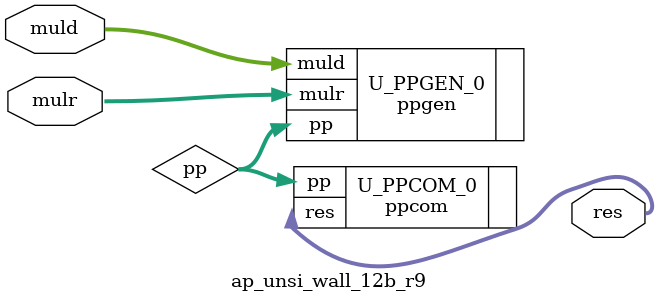
<source format=v>
module ap_unsi_wall_12b_r9 (
    input  [11:0] muld,
    input  [11:0] mulr,
    
    output [23:0] res
);

wire [143:0] pp;

ppgen #(
    .DW                             (  12                           ))
U_PPGEN_0(
    .muld                           ( muld                          ),
    .mulr                           ( mulr                          ),
    .pp                             ( pp                            )
);


ppcom U_PPCOM_0(
    .pp                             ( pp                            ),
    .res                            ( res                           )
);


endmodule

</source>
